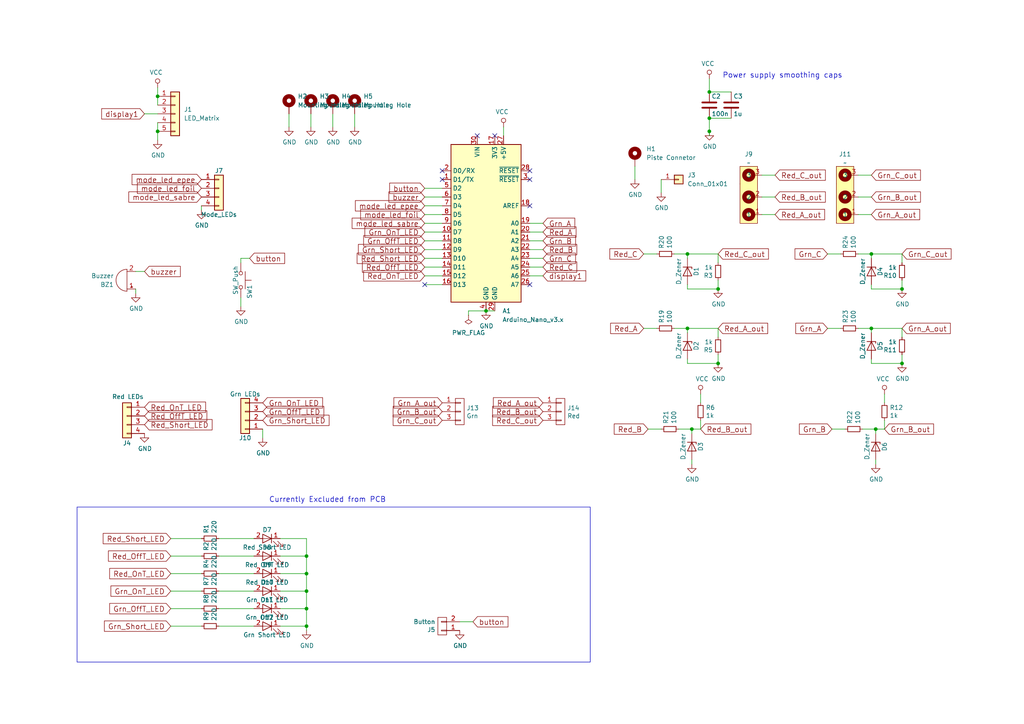
<source format=kicad_sch>
(kicad_sch (version 20231120) (generator "eeschema") (generator_version "8.0")
  (paper "A4")
  (lib_symbols
    (symbol "Connector_Generic:Conn_01x01" (pin_names (offset 1.016) hide)
      (property "Reference" "J" (at 0 2.54 0))
      (property "Value" "Conn_01x01" (at 0 -2.54 0))
      (symbol "Conn_01x01_1_1"
        (rectangle (start -1.27 0.127) (end 0 -0.127) (stroke (width 0.1524)))
        (rectangle (start -1.27 1.27) (end 1.27 -1.27) (stroke (width 0.254)) (fill (type background)))
        (pin passive line (at -5.08 0 0) (length 3.81) (name "Pin_1") (number "1"))
      )
    )
    (symbol "Connector_Generic:Conn_01x05" (pin_names (offset 1.016) hide)
      (property "Reference" "J" (at 0 7.62 0))
      (property "Value" "Conn_01x05" (at 0 -7.62 0))
      (symbol "Conn_01x05_1_1"
        (rectangle (start -1.27 -4.953) (end 0 -5.207) (stroke (width 0.1524)))
        (rectangle (start -1.27 -2.413) (end 0 -2.667) (stroke (width 0.1524)))
        (rectangle (start -1.27 0.127) (end 0 -0.127) (stroke (width 0.1524)))
        (rectangle (start -1.27 2.667) (end 0 2.413) (stroke (width 0.1524)))
        (rectangle (start -1.27 5.207) (end 0 4.953) (stroke (width 0.1524)))
        (rectangle (start -1.27 6.35) (end 1.27 -6.35) (stroke (width 0.254)) (fill (type background)))
        (pin passive line (at -5.08 5.08 0) (length 3.81) (name "Pin_1") (number "1"))
        (pin passive line (at -5.08 2.54 0) (length 3.81) (name "Pin_2") (number "2"))
        (pin passive line (at -5.08 0 0) (length 3.81) (name "Pin_3") (number "3"))
        (pin passive line (at -5.08 -2.54 0) (length 3.81) (name "Pin_4") (number "4"))
        (pin passive line (at -5.08 -5.08 0) (length 3.81) (name "Pin_5") (number "5"))
      )
    )
    (symbol "MCU_Module:Arduino_Nano_v3.x"
      (property "Reference" "A" (at -10.16 23.495 0))
      (property "Value" "Arduino_Nano_v3.x" (at 5.08 -24.13 0))
      (symbol "Arduino_Nano_v3.x_0_1"
        (rectangle (start -10.16 22.86) (end 10.16 -22.86) (stroke (width 0.254)) (fill (type background)))
      )
      (symbol "Arduino_Nano_v3.x_1_1"
        (pin bidirectional line (at -12.7 12.7 0) (length 2.54) (name "D1/TX") (number "1"))
        (pin bidirectional line (at -12.7 -2.54 0) (length 2.54) (name "D7") (number "10"))
        (pin bidirectional line (at -12.7 -5.08 0) (length 2.54) (name "D8") (number "11"))
        (pin bidirectional line (at -12.7 -7.62 0) (length 2.54) (name "D9") (number "12"))
        (pin bidirectional line (at -12.7 -10.16 0) (length 2.54) (name "D10") (number "13"))
        (pin bidirectional line (at -12.7 -12.7 0) (length 2.54) (name "D11") (number "14"))
        (pin bidirectional line (at -12.7 -15.24 0) (length 2.54) (name "D12") (number "15"))
        (pin bidirectional line (at -12.7 -17.78 0) (length 2.54) (name "D13") (number "16"))
        (pin power_out line (at 2.54 25.4 270) (length 2.54) (name "3V3") (number "17"))
        (pin input line (at 12.7 5.08 180) (length 2.54) (name "AREF") (number "18"))
        (pin bidirectional line (at 12.7 0 180) (length 2.54) (name "A0") (number "19"))
        (pin bidirectional line (at -12.7 15.24 0) (length 2.54) (name "D0/RX") (number "2"))
        (pin bidirectional line (at 12.7 -2.54 180) (length 2.54) (name "A1") (number "20"))
        (pin bidirectional line (at 12.7 -5.08 180) (length 2.54) (name "A2") (number "21"))
        (pin bidirectional line (at 12.7 -7.62 180) (length 2.54) (name "A3") (number "22"))
        (pin bidirectional line (at 12.7 -10.16 180) (length 2.54) (name "A4") (number "23"))
        (pin bidirectional line (at 12.7 -12.7 180) (length 2.54) (name "A5") (number "24"))
        (pin bidirectional line (at 12.7 -15.24 180) (length 2.54) (name "A6") (number "25"))
        (pin bidirectional line (at 12.7 -17.78 180) (length 2.54) (name "A7") (number "26"))
        (pin power_out line (at 5.08 25.4 270) (length 2.54) (name "+5V") (number "27"))
        (pin input line (at 12.7 15.24 180) (length 2.54) (name "~{RESET}") (number "28"))
        (pin power_in line (at 2.54 -25.4 90) (length 2.54) (name "GND") (number "29"))
        (pin input line (at 12.7 12.7 180) (length 2.54) (name "~{RESET}") (number "3"))
        (pin power_in line (at -2.54 25.4 270) (length 2.54) (name "VIN") (number "30"))
        (pin power_in line (at 0 -25.4 90) (length 2.54) (name "GND") (number "4"))
        (pin bidirectional line (at -12.7 10.16 0) (length 2.54) (name "D2") (number "5"))
        (pin bidirectional line (at -12.7 7.62 0) (length 2.54) (name "D3") (number "6"))
        (pin bidirectional line (at -12.7 5.08 0) (length 2.54) (name "D4") (number "7"))
        (pin bidirectional line (at -12.7 2.54 0) (length 2.54) (name "D5") (number "8"))
        (pin bidirectional line (at -12.7 0 0) (length 2.54) (name "D6") (number "9"))
      )
    )
    (symbol "Mechanical:MountingHole_Pad" (pin_numbers hide) (pin_names (offset 1.016) hide) (exclude_from_sim yes) (in_bom no)
      (property "Reference" "H" (at 0 6.35 0))
      (property "Value" "MountingHole_Pad" (at 0 4.445 0))
      (symbol "MountingHole_Pad_0_1"
        (circle (center 0 1.27) (radius 1.27) (stroke (width 1.27)))
      )
      (symbol "MountingHole_Pad_1_1"
        (pin input line (at 0 -2.54 90) (length 2.54) (name "1") (number "1"))
      )
    )
    (symbol "fencing_scoring-box-rescue:Buzzer-RESCUE-fencing_scoring_box" (pin_names (offset 0.0254) hide)
      (property "Reference" "BZ" (at 3.81 1.27 0))
      (property "Value" "Buzzer-RESCUE-fencing_scoring_box" (at 3.81 -1.27 0))
      (symbol "Buzzer-RESCUE-fencing_scoring_box_0_1"
        (arc (start 0 -3.175) (mid 3.175 0) (end 0 3.175))
        (polyline (pts (xy -1.651 1.905) (xy -1.143 1.905)))
        (polyline (pts (xy -1.397 2.159) (xy -1.397 1.651)))
        (polyline (pts (xy 0 3.175) (xy 0 -3.175)))
      )
      (symbol "Buzzer-RESCUE-fencing_scoring_box_1_1"
        (pin passive line (at -2.54 2.54 0) (length 2.54) (name "-") (number "1"))
        (pin passive line (at -2.54 -2.54 0) (length 2.54) (name "+") (number "2"))
      )
    )
    (symbol "fencing_scoring-box-rescue:C-RESCUE-fencing_scoring_box" (pin_numbers hide) (pin_names (offset 0.254))
      (property "Reference" "C" (at 0.635 2.54 0))
      (property "Value" "C-RESCUE-fencing_scoring_box" (at 0.635 -2.54 0))
      (symbol "C-RESCUE-fencing_scoring_box_0_1"
        (polyline (pts (xy -2.032 -0.762) (xy 2.032 -0.762)) (stroke (width 0.508)))
        (polyline (pts (xy -2.032 0.762) (xy 2.032 0.762)) (stroke (width 0.508)))
      )
      (symbol "C-RESCUE-fencing_scoring_box_1_1"
        (pin passive line (at 0 3.81 270) (length 2.794) (name "~") (number "1"))
        (pin passive line (at 0 -3.81 90) (length 2.794) (name "~") (number "2"))
      )
    )
    (symbol "fencing_scoring-box-rescue:CONN_01X02-RESCUE-fencing_scoring_box" (pin_names (offset 1.016) hide)
      (property "Reference" "J" (at 0 3.81 0))
      (property "Value" "CONN_01X02-RESCUE-fencing_scoring_box" (at 2.54 0 90))
      (symbol "CONN_01X02-RESCUE-fencing_scoring_box_0_1"
        (rectangle (start -1.27 -1.143) (end 0.254 -1.397))
        (rectangle (start -1.27 1.397) (end 0.254 1.143))
        (rectangle (start -1.27 2.54) (end 1.27 -2.54))
      )
      (symbol "CONN_01X02-RESCUE-fencing_scoring_box_1_1"
        (pin passive line (at -5.08 1.27 0) (length 3.81) (name "P1") (number "1"))
        (pin passive line (at -5.08 -1.27 0) (length 3.81) (name "P2") (number "2"))
      )
    )
    (symbol "fencing_scoring-box-rescue:CONN_01X03-RESCUE-fencing_scoring_box" (pin_names (offset 1.016) hide)
      (property "Reference" "J" (at 0 5.08 0))
      (property "Value" "CONN_01X03-RESCUE-fencing_scoring_box" (at 2.54 0 90))
      (symbol "CONN_01X03-RESCUE-fencing_scoring_box_0_1"
        (rectangle (start -1.27 -2.413) (end 0.254 -2.667))
        (rectangle (start -1.27 0.127) (end 0.254 -0.127))
        (rectangle (start -1.27 2.667) (end 0.254 2.413))
        (rectangle (start -1.27 3.81) (end 1.27 -3.81))
      )
      (symbol "CONN_01X03-RESCUE-fencing_scoring_box_1_1"
        (pin passive line (at -5.08 2.54 0) (length 3.81) (name "P1") (number "1"))
        (pin passive line (at -5.08 0 0) (length 3.81) (name "P2") (number "2"))
        (pin passive line (at -5.08 -2.54 0) (length 3.81) (name "P3") (number "3"))
      )
    )
    (symbol "fencing_scoring-box-rescue:Conn_01x04-RESCUE-fencing_scoring_box" (pin_names (offset 1.016) hide)
      (property "Reference" "J" (at 0 5.08 0))
      (property "Value" "Conn_01x04-RESCUE-fencing_scoring_box" (at 0 -7.62 0))
      (symbol "Conn_01x04-RESCUE-fencing_scoring_box_1_1"
        (rectangle (start -1.27 -4.953) (end 0 -5.207) (stroke (width 0.1524)))
        (rectangle (start -1.27 -2.413) (end 0 -2.667) (stroke (width 0.1524)))
        (rectangle (start -1.27 0.127) (end 0 -0.127) (stroke (width 0.1524)))
        (rectangle (start -1.27 2.667) (end 0 2.413) (stroke (width 0.1524)))
        (rectangle (start -1.27 3.81) (end 1.27 -6.35) (stroke (width 0.254)) (fill (type background)))
        (pin passive line (at -5.08 2.54 0) (length 3.81) (name "Pin_1") (number "1"))
        (pin passive line (at -5.08 0 0) (length 3.81) (name "Pin_2") (number "2"))
        (pin passive line (at -5.08 -2.54 0) (length 3.81) (name "Pin_3") (number "3"))
        (pin passive line (at -5.08 -5.08 0) (length 3.81) (name "Pin_4") (number "4"))
      )
    )
    (symbol "fencing_scoring-box-rescue:D_Zener-RESCUE-fencing_scoring_box" (pin_numbers hide) (pin_names (offset 1.016) hide)
      (property "Reference" "D" (at 0 2.54 0))
      (property "Value" "D_Zener-RESCUE-fencing_scoring_box" (at 0 -2.54 0))
      (symbol "D_Zener-RESCUE-fencing_scoring_box_0_1"
        (polyline (pts (xy 1.27 0) (xy -1.27 0)))
        (polyline (pts (xy -1.27 -1.27) (xy -1.27 1.27) (xy -0.762 1.27)) (stroke (width 0.2032)))
        (polyline (pts (xy 1.27 -1.27) (xy 1.27 1.27) (xy -1.27 0) (xy 1.27 -1.27)) (stroke (width 0.2032)))
      )
      (symbol "D_Zener-RESCUE-fencing_scoring_box_1_1"
        (pin passive line (at -3.81 0 0) (length 2.54) (name "K") (number "1"))
        (pin passive line (at 3.81 0 180) (length 2.54) (name "A") (number "2"))
      )
    )
    (symbol "fencing_scoring-box-rescue:GND-RESCUE-fencing_scoring_box" (power) (pin_names (offset 0))
      (property "Value" "GND-RESCUE-fencing_scoring_box" (at 0 -3.81 0))
      (symbol "GND-RESCUE-fencing_scoring_box_0_1"
        (polyline (pts (xy 0 0) (xy 0 -1.27) (xy 1.27 -1.27) (xy 0 -2.54) (xy -1.27 -1.27) (xy 0 -1.27)))
      )
      (symbol "GND-RESCUE-fencing_scoring_box_1_1"
        (pin power_in line (at 0 0 270) (length 0) hide (name "GND") (number "1"))
      )
    )
    (symbol "fencing_scoring-box-rescue:LED-RESCUE-fencing_scoring_box" (pin_names (offset 1.016) hide)
      (property "Reference" "D" (at 0 2.54 0))
      (property "Value" "LED-RESCUE-fencing_scoring_box" (at 0 -2.54 0))
      (symbol "LED-RESCUE-fencing_scoring_box_0_1"
        (polyline (pts (xy -1.27 -1.27) (xy -1.27 1.27)) (stroke (width 0.2032)))
        (polyline (pts (xy -1.27 0) (xy 1.27 0)))
        (polyline (pts (xy 1.27 -1.27) (xy 1.27 1.27) (xy -1.27 0) (xy 1.27 -1.27)) (stroke (width 0.2032)))
        (polyline (pts (xy -3.048 -0.762) (xy -4.572 -2.286) (xy -3.81 -2.286) (xy -4.572 -2.286) (xy -4.572 -1.524)))
        (polyline (pts (xy -1.778 -0.762) (xy -3.302 -2.286) (xy -2.54 -2.286) (xy -3.302 -2.286) (xy -3.302 -1.524)))
      )
      (symbol "LED-RESCUE-fencing_scoring_box_1_1"
        (pin passive line (at -3.81 0 0) (length 2.54) (name "K") (number "1"))
        (pin passive line (at 3.81 0 180) (length 2.54) (name "A") (number "2"))
      )
    )
    (symbol "fencing_scoring-box-rescue:R_Small-RESCUE-fencing_scoring_box" (pin_numbers hide) (pin_names (offset 0.254) hide)
      (property "Reference" "R" (at 0.762 0.508 0))
      (property "Value" "R_Small-RESCUE-fencing_scoring_box" (at 0.762 -1.016 0))
      (symbol "R_Small-RESCUE-fencing_scoring_box_0_1"
        (rectangle (start -0.762 1.778) (end 0.762 -1.778) (stroke (width 0.2032)))
      )
      (symbol "R_Small-RESCUE-fencing_scoring_box_1_1"
        (pin passive line (at 0 2.54 270) (length 0.762) (name "~") (number "1"))
        (pin passive line (at 0 -2.54 90) (length 0.762) (name "~") (number "2"))
      )
    )
    (symbol "fencing_scoring-box-rescue:SW_Push-RESCUE-fencing_scoring_box" (pin_numbers hide) (pin_names (offset 1.016) hide)
      (property "Reference" "SW" (at 1.27 2.54 0))
      (property "Value" "SW_Push-RESCUE-fencing_scoring_box" (at 0 -1.524 0))
      (symbol "SW_Push-RESCUE-fencing_scoring_box_0_1"
        (circle (center -2.032 0) (radius 0.508))
        (polyline (pts (xy 0 1.27) (xy 0 3.048)))
        (polyline (pts (xy 2.54 1.27) (xy -2.54 1.27)))
        (circle (center 2.032 0) (radius 0.508))
        (pin passive line (at -5.08 0 0) (length 2.54) (name "1") (number "1"))
        (pin passive line (at 5.08 0 180) (length 2.54) (name "2") (number "2"))
      )
    )
    (symbol "fencing_scoring-box-rescue:VCC-RESCUE-fencing_scoring_box" (power) (pin_names (offset 0))
      (property "Value" "VCC-RESCUE-fencing_scoring_box" (at 0 3.81 0))
      (symbol "VCC-RESCUE-fencing_scoring_box_0_1"
        (polyline (pts (xy 0 0) (xy 0 1.27)))
        (circle (center 0 1.905) (radius 0.635))
      )
      (symbol "VCC-RESCUE-fencing_scoring_box_1_1"
        (pin power_in line (at 0 0 90) (length 0) hide (name "VCC") (number "1"))
      )
    )
    (symbol "my_library:Fencing_conn"
      (property "Reference" "J" (at 0 0 0))
      (symbol "Fencing_conn_0_1"
        (circle (center -5.08 -3.81) (radius 1.27) (stroke (width 1.27)))
        (circle (center 0 -3.81) (radius 1.27) (stroke (width 1.27)))
        (rectangle (start 3.81 -1.27) (end 3.81 -1.27))
        (circle (center 6.35 -3.81) (radius 1.27) (stroke (width 1.27)))
      )
      (symbol "Fencing_conn_1_1"
        (rectangle (start -7.62 -1.27) (end 8.89 -6.35) (fill (type color) (color 254 255 170 1)))
        (pin input line (at -5.08 -7.62 90) (length 2.54) (name "1") (number "1"))
        (pin input line (at 0 -7.62 90) (length 2.54) (name "2") (number "2"))
        (pin input line (at 6.35 -7.62 90) (length 2.54) (name "3") (number "3"))
      )
    )
    (symbol "power:PWR_FLAG" (power) (pin_numbers hide) (pin_names (offset 0) hide)
      (property "Value" "PWR_FLAG" (at 0 3.81 0))
      (symbol "PWR_FLAG_0_0"
        (pin power_out line (at 0 0 90) (length 0) (name "~") (number "1"))
      )
      (symbol "PWR_FLAG_0_1"
        (polyline (pts (xy 0 0) (xy 0 1.27) (xy -1.016 1.905) (xy 0 2.54) (xy 1.016 1.905) (xy 0 1.27)))
      )
    )
  )
  (junction (at 208.28 83.82))
  (junction (at 199.39 95.25))
  (junction (at 140.97 90.17))
  (junction (at 200.66 124.46))
  (junction (at 45.72 38.1))
  (junction (at 252.73 73.66))
  (junction (at 208.28 105.41))
  (junction (at 205.74 38.1))
  (junction (at 88.9 161.29))
  (junction (at 88.9 166.37))
  (junction (at 88.9 176.53))
  (junction (at 252.73 95.25))
  (junction (at 205.74 26.67))
  (junction (at 261.62 105.41))
  (junction (at 45.72 27.94))
  (junction (at 199.39 73.66))
  (junction (at 88.9 181.61))
  (junction (at 254 124.46))
  (junction (at 261.62 83.82))
  (junction (at 205.74 34.29))
  (junction (at 88.9 171.45))
  (no_connect (at 128.27 49.53))
  (no_connect (at 153.67 82.55))
  (no_connect (at 153.67 52.07))
  (no_connect (at 123.19 82.55))
  (no_connect (at 138.43 39.37))
  (no_connect (at 153.67 49.53))
  (no_connect (at 128.27 52.07))
  (no_connect (at 153.67 59.69))
  (no_connect (at 143.51 39.37))
  (wire (pts (xy 199.39 104.14) (xy 199.39 105.41)))
  (wire (pts (xy 205.74 38.1) (xy 205.74 39.37)))
  (wire (pts (xy 256.54 116.84) (xy 256.54 114.3)))
  (wire (pts (xy 187.96 124.46) (xy 191.77 124.46)))
  (wire (pts (xy 88.9 181.61) (xy 88.9 182.88)))
  (wire (pts (xy 41.91 33.02) (xy 45.72 33.02)))
  (wire (pts (xy 199.39 73.66) (xy 208.28 73.66)))
  (wire (pts (xy 133.35 180.34) (xy 137.16 180.34)))
  (wire (pts (xy 252.73 95.25) (xy 261.62 95.25)))
  (wire (pts (xy 252.73 82.55) (xy 252.73 83.82)))
  (wire (pts (xy 49.53 171.45) (xy 58.42 171.45)))
  (wire (pts (xy 252.73 96.52) (xy 252.73 95.25)))
  (wire (pts (xy 63.5 156.21) (xy 73.66 156.21)))
  (wire (pts (xy 63.5 176.53) (xy 73.66 176.53)))
  (wire (pts (xy 186.69 95.25) (xy 190.5 95.25)))
  (wire (pts (xy 200.66 134.62) (xy 200.66 133.35)))
  (wire (pts (xy 195.58 95.25) (xy 199.39 95.25)))
  (wire (pts (xy 45.72 25.4) (xy 45.72 27.94)))
  (wire (pts (xy 81.28 181.61) (xy 88.9 181.61)))
  (wire (pts (xy 248.92 62.23) (xy 252.73 62.23)))
  (wire (pts (xy 220.98 62.23) (xy 224.79 62.23)))
  (wire (pts (xy 45.72 35.56) (xy 45.72 38.1)))
  (wire (pts (xy 205.74 26.67) (xy 212.09 26.67)))
  (wire (pts (xy 254 124.46) (xy 256.54 124.46)))
  (wire (pts (xy 146.05 36.83) (xy 146.05 39.37)))
  (wire (pts (xy 208.28 76.2) (xy 208.28 73.66)))
  (wire (pts (xy 69.85 86.36) (xy 69.85 88.9)))
  (wire (pts (xy 123.19 64.77) (xy 128.27 64.77)))
  (wire (pts (xy 135.89 90.17) (xy 140.97 90.17)))
  (wire (pts (xy 83.82 33.02) (xy 83.82 36.83)))
  (wire (pts (xy 199.39 105.41) (xy 208.28 105.41)))
  (wire (pts (xy 203.2 116.84) (xy 203.2 114.3)))
  (wire (pts (xy 254 125.73) (xy 254 124.46)))
  (wire (pts (xy 49.53 181.61) (xy 58.42 181.61)))
  (wire (pts (xy 135.89 91.44) (xy 135.89 90.17)))
  (wire (pts (xy 220.98 57.15) (xy 224.79 57.15)))
  (wire (pts (xy 195.58 73.66) (xy 199.39 73.66)))
  (wire (pts (xy 123.19 54.61) (xy 128.27 54.61)))
  (wire (pts (xy 203.2 124.46) (xy 203.2 121.92)))
  (wire (pts (xy 123.19 62.23) (xy 128.27 62.23)))
  (wire (pts (xy 81.28 176.53) (xy 88.9 176.53)))
  (wire (pts (xy 199.39 83.82) (xy 208.28 83.82)))
  (wire (pts (xy 49.53 166.37) (xy 58.42 166.37)))
  (wire (pts (xy 153.67 72.39) (xy 157.48 72.39)))
  (wire (pts (xy 254 134.62) (xy 254 133.35)))
  (wire (pts (xy 81.28 161.29) (xy 88.9 161.29)))
  (wire (pts (xy 45.72 27.94) (xy 45.72 30.48)))
  (wire (pts (xy 261.62 76.2) (xy 261.62 73.66)))
  (wire (pts (xy 241.3 124.46) (xy 245.11 124.46)))
  (wire (pts (xy 96.52 33.02) (xy 96.52 36.83)))
  (wire (pts (xy 123.19 69.85) (xy 128.27 69.85)))
  (wire (pts (xy 186.69 73.66) (xy 190.5 73.66)))
  (wire (pts (xy 248.92 95.25) (xy 252.73 95.25)))
  (wire (pts (xy 199.39 82.55) (xy 199.39 83.82)))
  (wire (pts (xy 252.73 83.82) (xy 261.62 83.82)))
  (wire (pts (xy 140.97 90.17) (xy 143.51 90.17)))
  (wire (pts (xy 49.53 156.21) (xy 58.42 156.21)))
  (wire (pts (xy 81.28 171.45) (xy 88.9 171.45)))
  (wire (pts (xy 88.9 161.29) (xy 88.9 166.37)))
  (wire (pts (xy 72.39 74.93) (xy 69.85 74.93)))
  (wire (pts (xy 205.74 34.29) (xy 205.74 38.1)))
  (wire (pts (xy 199.39 74.93) (xy 199.39 73.66)))
  (wire (pts (xy 45.72 38.1) (xy 45.72 40.64)))
  (wire (pts (xy 123.19 80.01) (xy 128.27 80.01)))
  (wire (pts (xy 205.74 26.67) (xy 205.74 22.86)))
  (wire (pts (xy 191.77 52.07) (xy 191.77 55.88)))
  (wire (pts (xy 153.67 80.01) (xy 157.48 80.01)))
  (wire (pts (xy 261.62 105.41) (xy 261.62 102.87)))
  (wire (pts (xy 69.85 74.93) (xy 69.85 76.2)))
  (wire (pts (xy 81.28 166.37) (xy 88.9 166.37)))
  (wire (pts (xy 102.87 33.02) (xy 102.87 36.83)))
  (wire (pts (xy 248.92 73.66) (xy 252.73 73.66)))
  (wire (pts (xy 252.73 73.66) (xy 261.62 73.66)))
  (wire (pts (xy 252.73 104.14) (xy 252.73 105.41)))
  (wire (pts (xy 123.19 74.93) (xy 128.27 74.93)))
  (wire (pts (xy 81.28 156.21) (xy 88.9 156.21)))
  (wire (pts (xy 196.85 124.46) (xy 200.66 124.46)))
  (wire (pts (xy 88.9 176.53) (xy 88.9 181.61)))
  (wire (pts (xy 250.19 124.46) (xy 254 124.46)))
  (wire (pts (xy 88.9 171.45) (xy 88.9 176.53)))
  (wire (pts (xy 153.67 64.77) (xy 157.48 64.77)))
  (wire (pts (xy 153.67 77.47) (xy 157.48 77.47)))
  (wire (pts (xy 39.37 78.74) (xy 41.91 78.74)))
  (wire (pts (xy 63.5 166.37) (xy 73.66 166.37)))
  (wire (pts (xy 200.66 124.46) (xy 203.2 124.46)))
  (wire (pts (xy 199.39 95.25) (xy 208.28 95.25)))
  (wire (pts (xy 39.37 85.09) (xy 39.37 83.82)))
  (wire (pts (xy 123.19 57.15) (xy 128.27 57.15)))
  (wire (pts (xy 240.03 95.25) (xy 243.84 95.25)))
  (wire (pts (xy 184.15 48.26) (xy 184.15 52.07)))
  (wire (pts (xy 240.03 73.66) (xy 243.84 73.66)))
  (wire (pts (xy 58.42 59.69) (xy 58.42 60.96)))
  (wire (pts (xy 248.92 50.8) (xy 252.73 50.8)))
  (wire (pts (xy 153.67 74.93) (xy 157.48 74.93)))
  (wire (pts (xy 49.53 176.53) (xy 58.42 176.53)))
  (wire (pts (xy 252.73 105.41) (xy 261.62 105.41)))
  (wire (pts (xy 63.5 161.29) (xy 73.66 161.29)))
  (wire (pts (xy 123.19 77.47) (xy 128.27 77.47)))
  (wire (pts (xy 208.28 83.82) (xy 208.28 81.28)))
  (wire (pts (xy 63.5 181.61) (xy 73.66 181.61)))
  (wire (pts (xy 63.5 171.45) (xy 73.66 171.45)))
  (wire (pts (xy 252.73 74.93) (xy 252.73 73.66)))
  (wire (pts (xy 248.92 57.15) (xy 252.73 57.15)))
  (wire (pts (xy 208.28 97.79) (xy 208.28 95.25)))
  (wire (pts (xy 261.62 97.79) (xy 261.62 95.25)))
  (wire (pts (xy 49.53 161.29) (xy 58.42 161.29)))
  (wire (pts (xy 199.39 96.52) (xy 199.39 95.25)))
  (wire (pts (xy 123.19 67.31) (xy 128.27 67.31)))
  (wire (pts (xy 220.98 50.8) (xy 224.79 50.8)))
  (wire (pts (xy 153.67 69.85) (xy 157.48 69.85)))
  (wire (pts (xy 212.09 34.29) (xy 205.74 34.29)))
  (wire (pts (xy 256.54 124.46) (xy 256.54 121.92)))
  (wire (pts (xy 90.17 33.02) (xy 90.17 36.83)))
  (wire (pts (xy 261.62 83.82) (xy 261.62 81.28)))
  (wire (pts (xy 208.28 105.41) (xy 208.28 102.87)))
  (wire (pts (xy 88.9 166.37) (xy 88.9 171.45)))
  (wire (pts (xy 88.9 156.21) (xy 88.9 161.29)))
  (wire (pts (xy 123.19 72.39) (xy 128.27 72.39)))
  (wire (pts (xy 200.66 125.73) (xy 200.66 124.46)))
  (wire (pts (xy 123.19 82.55) (xy 128.27 82.55)))
  (wire (pts (xy 123.19 59.69) (xy 128.27 59.69)))
  (wire (pts (xy 76.2 124.46) (xy 76.2 127)))
  (wire (pts (xy 153.67 67.31) (xy 157.48 67.31)))
  (rectangle (start 22.352 147.066) (end 171.196 192.024))
  (text "Power supply smoothing caps" (at 209.55 22.86 0) (effects (font (size 1.524 1.524)) (justify left bottom)))
  (text "Currently Excluded from PCB" (at 94.996 145.034 0) (effects (font (size 1.524 1.524))))
  (global_label "buzzer" (shape input) (at 41.91 78.74 0) (effects (font (size 1.524 1.524))) (property "Intersheetrefs" "${INTERSHEET_REFS}" (effects (hide yes))))
  (global_label "Grn_C" (shape input) (at 240.03 73.66 180) (effects (font (size 1.524 1.524))) (property "Intersheetrefs" "${INTERSHEET_REFS}" (effects (hide yes))))
  (global_label "Grn_C_out" (shape input) (at 252.73 50.8 0) (effects (font (size 1.524 1.524))) (property "Intersheetrefs" "${INTERSHEET_REFS}" (effects (hide yes))))
  (global_label "Red_OffT_LED" (shape input) (at 123.19 77.47 180) (effects (font (size 1.524 1.524))) (property "Intersheetrefs" "${INTERSHEET_REFS}" (effects (hide yes))))
  (global_label "Red_Short_LED" (shape input) (at 41.91 123.19 0) (effects (font (size 1.524 1.524))) (property "Intersheetrefs" "${INTERSHEET_REFS}" (effects (hide yes))))
  (global_label "Grn_A_out" (shape input) (at 128.27 116.84 180) (effects (font (size 1.524 1.524))) (property "Intersheetrefs" "${INTERSHEET_REFS}" (effects (hide yes))))
  (global_label "Red_A_out" (shape input) (at 208.28 95.25 0) (effects (font (size 1.524 1.524))) (property "Intersheetrefs" "${INTERSHEET_REFS}" (effects (hide yes))))
  (global_label "Red_OnT_LED" (shape input) (at 41.91 118.11 0) (effects (font (size 1.524 1.524))) (property "Intersheetrefs" "${INTERSHEET_REFS}" (effects (hide yes))))
  (global_label "Red_A" (shape input) (at 157.48 67.31 0) (effects (font (size 1.524 1.524))) (property "Intersheetrefs" "${INTERSHEET_REFS}" (effects (hide yes))))
  (global_label "Grn_OffT_LED" (shape input) (at 49.53 176.53 180) (effects (font (size 1.524 1.524))) (property "Intersheetrefs" "${INTERSHEET_REFS}" (effects (hide yes))))
  (global_label "Grn_C_out" (shape input) (at 128.27 121.92 180) (effects (font (size 1.524 1.524))) (property "Intersheetrefs" "${INTERSHEET_REFS}" (effects (hide yes))))
  (global_label "Red_C" (shape input) (at 186.69 73.66 180) (effects (font (size 1.524 1.524))) (property "Intersheetrefs" "${INTERSHEET_REFS}" (effects (hide yes))))
  (global_label "mode_led_epee" (shape input) (at 123.19 59.69 180) (effects (font (size 1.524 1.524))) (property "Intersheetrefs" "${INTERSHEET_REFS}" (effects (hide yes))))
  (global_label "Grn_OnT_LED" (shape input) (at 49.53 171.45 180) (effects (font (size 1.524 1.524))) (property "Intersheetrefs" "${INTERSHEET_REFS}" (effects (hide yes))))
  (global_label "Red_C_out" (shape input) (at 157.48 121.92 180) (effects (font (size 1.524 1.524))) (property "Intersheetrefs" "${INTERSHEET_REFS}" (effects (hide yes))))
  (global_label "button" (shape input) (at 72.39 74.93 0) (effects (font (size 1.524 1.524))) (property "Intersheetrefs" "${INTERSHEET_REFS}" (effects (hide yes))))
  (global_label "Grn_OnT_LED" (shape input) (at 76.2 116.84 0) (effects (font (size 1.524 1.524))) (property "Intersheetrefs" "${INTERSHEET_REFS}" (effects (hide yes))))
  (global_label "mode_led_sabre" (shape input) (at 123.19 64.77 180) (effects (font (size 1.524 1.524))) (property "Intersheetrefs" "${INTERSHEET_REFS}" (effects (hide yes))))
  (global_label "Red_OnT_LED" (shape input) (at 123.19 80.01 180) (effects (font (size 1.524 1.524))) (property "Intersheetrefs" "${INTERSHEET_REFS}" (effects (hide yes))))
  (global_label "Grn_B" (shape input) (at 157.48 69.85 0) (effects (font (size 1.524 1.524))) (property "Intersheetrefs" "${INTERSHEET_REFS}" (effects (hide yes))))
  (global_label "Red_OffT_LED" (shape input) (at 41.91 120.65 0) (effects (font (size 1.524 1.524))) (property "Intersheetrefs" "${INTERSHEET_REFS}" (effects (hide yes))))
  (global_label "Red_B" (shape input) (at 157.48 72.39 0) (effects (font (size 1.524 1.524))) (property "Intersheetrefs" "${INTERSHEET_REFS}" (effects (hide yes))))
  (global_label "Red_A_out" (shape input) (at 224.79 62.23 0) (effects (font (size 1.524 1.524))) (property "Intersheetrefs" "${INTERSHEET_REFS}" (effects (hide yes))))
  (global_label "Red_C_out" (shape input) (at 224.79 50.8 0) (effects (font (size 1.524 1.524))) (property "Intersheetrefs" "${INTERSHEET_REFS}" (effects (hide yes))))
  (global_label "display1" (shape input) (at 157.48 80.01 0) (effects (font (size 1.524 1.524))) (property "Intersheetrefs" "${INTERSHEET_REFS}" (effects (hide yes))))
  (global_label "Red_OffT_LED" (shape input) (at 49.53 161.29 180) (effects (font (size 1.524 1.524))) (property "Intersheetrefs" "${INTERSHEET_REFS}" (effects (hide yes))))
  (global_label "Red_B_out" (shape input) (at 157.48 119.38 180) (effects (font (size 1.524 1.524))) (property "Intersheetrefs" "${INTERSHEET_REFS}" (effects (hide yes))))
  (global_label "Grn_C_out" (shape input) (at 261.62 73.66 0) (effects (font (size 1.524 1.524))) (property "Intersheetrefs" "${INTERSHEET_REFS}" (effects (hide yes))))
  (global_label "Grn_Short_LED" (shape input) (at 49.53 181.61 180) (effects (font (size 1.524 1.524))) (property "Intersheetrefs" "${INTERSHEET_REFS}" (effects (hide yes))))
  (global_label "Grn_B" (shape input) (at 241.3 124.46 180) (effects (font (size 1.524 1.524))) (property "Intersheetrefs" "${INTERSHEET_REFS}" (effects (hide yes))))
  (global_label "Red_B" (shape input) (at 187.96 124.46 180) (effects (font (size 1.524 1.524))) (property "Intersheetrefs" "${INTERSHEET_REFS}" (effects (hide yes))))
  (global_label "Red_C_out" (shape input) (at 208.28 73.66 0) (effects (font (size 1.524 1.524))) (property "Intersheetrefs" "${INTERSHEET_REFS}" (effects (hide yes))))
  (global_label "Grn_Short_LED" (shape input) (at 123.19 72.39 180) (effects (font (size 1.524 1.524))) (property "Intersheetrefs" "${INTERSHEET_REFS}" (effects (hide yes))))
  (global_label "Red_Short_LED" (shape input) (at 123.19 74.93 180) (effects (font (size 1.524 1.524))) (property "Intersheetrefs" "${INTERSHEET_REFS}" (effects (hide yes))))
  (global_label "Red_OnT_LED" (shape input) (at 49.53 166.37 180) (effects (font (size 1.524 1.524))) (property "Intersheetrefs" "${INTERSHEET_REFS}" (effects (hide yes))))
  (global_label "Grn_B_out" (shape input) (at 256.54 124.46 0) (effects (font (size 1.524 1.524))) (property "Intersheetrefs" "${INTERSHEET_REFS}" (effects (hide yes))))
  (global_label "Grn_A_out" (shape input) (at 252.73 62.23 0) (effects (font (size 1.524 1.524))) (property "Intersheetrefs" "${INTERSHEET_REFS}" (effects (hide yes))))
  (global_label "Red_C" (shape input) (at 157.48 77.47 0) (effects (font (size 1.524 1.524))) (property "Intersheetrefs" "${INTERSHEET_REFS}" (effects (hide yes))))
  (global_label "Red_B_out" (shape input) (at 203.2 124.46 0) (effects (font (size 1.524 1.524))) (property "Intersheetrefs" "${INTERSHEET_REFS}" (effects (hide yes))))
  (global_label "mode_led_epee" (shape input) (at 58.42 52.07 180) (effects (font (size 1.524 1.524))) (property "Intersheetrefs" "${INTERSHEET_REFS}" (effects (hide yes))))
  (global_label "Grn_OnT_LED" (shape input) (at 123.19 67.31 180) (effects (font (size 1.524 1.524))) (property "Intersheetrefs" "${INTERSHEET_REFS}" (effects (hide yes))))
  (global_label "Red_Short_LED" (shape input) (at 49.53 156.21 180) (effects (font (size 1.524 1.524))) (property "Intersheetrefs" "${INTERSHEET_REFS}" (effects (hide yes))))
  (global_label "Grn_A" (shape input) (at 157.48 64.77 0) (effects (font (size 1.524 1.524))) (property "Intersheetrefs" "${INTERSHEET_REFS}" (effects (hide yes))))
  (global_label "Red_A" (shape input) (at 186.69 95.25 180) (effects (font (size 1.524 1.524))) (property "Intersheetrefs" "${INTERSHEET_REFS}" (effects (hide yes))))
  (global_label "buzzer" (shape input) (at 123.19 57.15 180) (effects (font (size 1.524 1.524))) (property "Intersheetrefs" "${INTERSHEET_REFS}" (effects (hide yes))))
  (global_label "Grn_C" (shape input) (at 157.48 74.93 0) (effects (font (size 1.524 1.524))) (property "Intersheetrefs" "${INTERSHEET_REFS}" (effects (hide yes))))
  (global_label "Grn_A_out" (shape input) (at 261.62 95.25 0) (effects (font (size 1.524 1.524))) (property "Intersheetrefs" "${INTERSHEET_REFS}" (effects (hide yes))))
  (global_label "display1" (shape input) (at 41.91 33.02 180) (effects (font (size 1.524 1.524))) (property "Intersheetrefs" "${INTERSHEET_REFS}" (effects (hide yes))))
  (global_label "Grn_Short_LED" (shape input) (at 76.2 121.92 0) (effects (font (size 1.524 1.524))) (property "Intersheetrefs" "${INTERSHEET_REFS}" (effects (hide yes))))
  (global_label "button" (shape input) (at 137.16 180.34 0) (effects (font (size 1.524 1.524))) (property "Intersheetrefs" "${INTERSHEET_REFS}" (effects (hide yes))))
  (global_label "Red_B_out" (shape input) (at 224.79 57.15 0) (effects (font (size 1.524 1.524))) (property "Intersheetrefs" "${INTERSHEET_REFS}" (effects (hide yes))))
  (global_label "Grn_OffT_LED" (shape input) (at 123.19 69.85 180) (effects (font (size 1.524 1.524))) (property "Intersheetrefs" "${INTERSHEET_REFS}" (effects (hide yes))))
  (global_label "Grn_B_out" (shape input) (at 252.73 57.15 0) (effects (font (size 1.524 1.524))) (property "Intersheetrefs" "${INTERSHEET_REFS}" (effects (hide yes))))
  (global_label "Grn_B_out" (shape input) (at 128.27 119.38 180) (effects (font (size 1.524 1.524))) (property "Intersheetrefs" "${INTERSHEET_REFS}" (effects (hide yes))))
  (global_label "Grn_A" (shape input) (at 240.03 95.25 180) (effects (font (size 1.524 1.524))) (property "Intersheetrefs" "${INTERSHEET_REFS}" (effects (hide yes))))
  (global_label "Red_A_out" (shape input) (at 157.48 116.84 180) (effects (font (size 1.524 1.524))) (property "Intersheetrefs" "${INTERSHEET_REFS}" (effects (hide yes))))
  (global_label "button" (shape input) (at 123.19 54.61 180) (effects (font (size 1.524 1.524))) (property "Intersheetrefs" "${INTERSHEET_REFS}" (effects (hide yes))))
  (global_label "mode_led_foil" (shape input) (at 123.19 62.23 180) (effects (font (size 1.524 1.524))) (property "Intersheetrefs" "${INTERSHEET_REFS}" (effects (hide yes))))
  (global_label "mode_led_sabre" (shape input) (at 58.42 57.15 180) (effects (font (size 1.524 1.524))) (property "Intersheetrefs" "${INTERSHEET_REFS}" (effects (hide yes))))
  (global_label "mode_led_foil" (shape input) (at 58.42 54.61 180) (effects (font (size 1.524 1.524))) (property "Intersheetrefs" "${INTERSHEET_REFS}" (effects (hide yes))))
  (global_label "Grn_OffT_LED" (shape input) (at 76.2 119.38 0) (effects (font (size 1.524 1.524))) (property "Intersheetrefs" "${INTERSHEET_REFS}" (effects (hide yes))))
  (symbol (lib_id "fencing_scoring-box-rescue:R_Small-RESCUE-fencing_scoring_box") (at 208.28 78.74 180) (unit 1)
    (property "Reference" "R3" (at 206.7814 79.9084 0) (effects (justify left)))
    (property "Value" "1k" (at 206.7814 77.597 0) (effects (justify left)))
    (property "Footprint" "my_library:resistor_THT_and_0805" (effects (hide yes)))
  )
  (symbol (lib_id "fencing_scoring-box-rescue:CONN_01X02-RESCUE-fencing_scoring_box") (at 128.27 181.61 180) (unit 1) (on_board no)
    (property "Reference" "J5" (at 126.2888 182.6514 0) (effects (justify left)))
    (property "Value" "Button" (at 126.2888 180.34 0) (effects (justify left)))
    (property "Footprint" "Connector_PinHeader_2.54mm:PinHeader_1x02_P2.54mm_Vertical" (effects (hide yes)))
  )
  (symbol (lib_id "fencing_scoring-box-rescue:GND-RESCUE-fencing_scoring_box") (at 133.35 182.88 0) (unit 1) (on_board no)
    (property "Reference" "#PWR06" (effects (hide yes)))
    (property "Value" "GND" (at 133.477 187.2742 0))
  )
  (symbol (lib_id "fencing_scoring-box-rescue:GND-RESCUE-fencing_scoring_box") (at 39.37 85.09 0) (unit 1)
    (property "Reference" "#PWR019" (effects (hide yes)))
    (property "Value" "GND" (at 39.497 89.4842 0))
  )
  (symbol (lib_id "fencing_scoring-box-rescue:GND-RESCUE-fencing_scoring_box") (at 208.28 83.82 0) (unit 1)
    (property "Reference" "#PWR08" (effects (hide yes)))
    (property "Value" "GND" (at 208.407 88.2142 0))
  )
  (symbol (lib_id "fencing_scoring-box-rescue:D_Zener-RESCUE-fencing_scoring_box") (at 199.39 78.74 270) (unit 1)
    (property "Reference" "D1" (at 201.93 78.74 0))
    (property "Value" "D_Zener" (at 196.85 78.74 0))
    (property "Footprint" "my_library:diode_THT_and_1206" (effects (hide yes)))
  )
  (symbol (lib_id "fencing_scoring-box-rescue:VCC-RESCUE-fencing_scoring_box") (at 205.74 22.86 0) (mirror y) (unit 1)
    (property "Reference" "#PWR09" (effects (hide yes)))
    (property "Value" "VCC" (at 205.3082 18.4658 0))
  )
  (symbol (lib_id "fencing_scoring-box-rescue:GND-RESCUE-fencing_scoring_box") (at 205.74 38.1 0) (unit 1)
    (property "Reference" "#PWR010" (effects (hide yes)))
    (property "Value" "GND" (at 205.867 42.4942 0))
  )
  (symbol (lib_id "fencing_scoring-box-rescue:C-RESCUE-fencing_scoring_box") (at 205.74 30.48 0) (unit 1)
    (property "Reference" "C2" (at 206.375 27.94 0) (effects (justify left)))
    (property "Value" "100n" (at 206.375 33.02 0) (effects (justify left)))
    (property "Footprint" "Capacitor_SMD:C_0805_2012Metric_Pad1.18x1.45mm_HandSolder" (effects (hide yes)))
  )
  (symbol (lib_id "fencing_scoring-box-rescue:C-RESCUE-fencing_scoring_box") (at 212.09 30.48 0) (unit 1)
    (property "Reference" "C3" (at 212.725 27.94 0) (effects (justify left)))
    (property "Value" "1u" (at 212.725 33.02 0) (effects (justify left)))
    (property "Footprint" "Capacitor_SMD:C_0805_2012Metric_Pad1.18x1.45mm_HandSolder" (effects (hide yes)))
  )
  (symbol (lib_id "fencing_scoring-box-rescue:R_Small-RESCUE-fencing_scoring_box") (at 261.62 78.74 180) (unit 1)
    (property "Reference" "R10" (at 260.1214 79.9084 0) (effects (justify left)))
    (property "Value" "1k" (at 260.1214 77.597 0) (effects (justify left)))
    (property "Footprint" "my_library:resistor_THT_and_0805" (effects (hide yes)))
  )
  (symbol (lib_id "fencing_scoring-box-rescue:GND-RESCUE-fencing_scoring_box") (at 261.62 83.82 0) (unit 1)
    (property "Reference" "#PWR011" (effects (hide yes)))
    (property "Value" "GND" (at 261.747 88.2142 0))
  )
  (symbol (lib_id "fencing_scoring-box-rescue:D_Zener-RESCUE-fencing_scoring_box") (at 252.73 78.74 270) (unit 1)
    (property "Reference" "D4" (at 255.27 78.74 0))
    (property "Value" "D_Zener" (at 250.19 78.74 0))
    (property "Footprint" "my_library:diode_THT_and_1206" (effects (hide yes)))
  )
  (symbol (lib_id "fencing_scoring-box-rescue:R_Small-RESCUE-fencing_scoring_box") (at 208.28 100.33 180) (unit 1)
    (property "Reference" "R5" (at 206.7814 101.4984 0) (effects (justify left)))
    (property "Value" "1k" (at 206.7814 99.187 0) (effects (justify left)))
    (property "Footprint" "my_library:resistor_THT_and_0805" (effects (hide yes)))
  )
  (symbol (lib_id "fencing_scoring-box-rescue:GND-RESCUE-fencing_scoring_box") (at 208.28 105.41 0) (unit 1)
    (property "Reference" "#PWR012" (effects (hide yes)))
    (property "Value" "GND" (at 208.407 109.8042 0))
  )
  (symbol (lib_id "fencing_scoring-box-rescue:D_Zener-RESCUE-fencing_scoring_box") (at 199.39 100.33 270) (unit 1)
    (property "Reference" "D2" (at 201.93 100.33 0))
    (property "Value" "D_Zener" (at 196.85 100.33 0))
    (property "Footprint" "my_library:diode_THT_and_1206" (effects (hide yes)))
  )
  (symbol (lib_id "fencing_scoring-box-rescue:R_Small-RESCUE-fencing_scoring_box") (at 261.62 100.33 180) (unit 1)
    (property "Reference" "R11" (at 260.1214 101.4984 0) (effects (justify left)))
    (property "Value" "1k" (at 260.1214 99.187 0) (effects (justify left)))
    (property "Footprint" "my_library:resistor_THT_and_0805" (effects (hide yes)))
  )
  (symbol (lib_id "fencing_scoring-box-rescue:GND-RESCUE-fencing_scoring_box") (at 261.62 105.41 0) (unit 1)
    (property "Reference" "#PWR013" (effects (hide yes)))
    (property "Value" "GND" (at 261.747 109.8042 0))
  )
  (symbol (lib_id "fencing_scoring-box-rescue:D_Zener-RESCUE-fencing_scoring_box") (at 252.73 100.33 270) (unit 1)
    (property "Reference" "D5" (at 255.27 100.33 0))
    (property "Value" "D_Zener" (at 250.19 100.33 0))
    (property "Footprint" "my_library:diode_THT_and_1206" (effects (hide yes)))
  )
  (symbol (lib_id "fencing_scoring-box-rescue:GND-RESCUE-fencing_scoring_box") (at 200.66 134.62 0) (unit 1)
    (property "Reference" "#PWR014" (effects (hide yes)))
    (property "Value" "GND" (at 200.787 139.0142 0))
  )
  (symbol (lib_id "fencing_scoring-box-rescue:D_Zener-RESCUE-fencing_scoring_box") (at 200.66 129.54 270) (unit 1)
    (property "Reference" "D3" (at 203.2 129.54 0))
    (property "Value" "D_Zener" (at 198.12 129.54 0))
    (property "Footprint" "my_library:diode_THT_and_1206" (effects (hide yes)))
  )
  (symbol (lib_id "fencing_scoring-box-rescue:R_Small-RESCUE-fencing_scoring_box") (at 203.2 119.38 0) (unit 1)
    (property "Reference" "R6" (at 204.6986 118.2116 0) (effects (justify left)))
    (property "Value" "1k" (at 204.6986 120.523 0) (effects (justify left)))
    (property "Footprint" "my_library:resistor_THT_and_0805" (effects (hide yes)))
  )
  (symbol (lib_id "fencing_scoring-box-rescue:VCC-RESCUE-fencing_scoring_box") (at 203.2 114.3 0) (unit 1)
    (property "Reference" "#PWR015" (effects (hide yes)))
    (property "Value" "VCC" (at 203.6318 109.9058 0))
  )
  (symbol (lib_id "fencing_scoring-box-rescue:D_Zener-RESCUE-fencing_scoring_box") (at 254 129.54 270) (unit 1)
    (property "Reference" "D6" (at 256.54 129.54 0))
    (property "Value" "D_Zener" (at 251.46 129.54 0))
    (property "Footprint" "my_library:diode_THT_and_1206" (effects (hide yes)))
  )
  (symbol (lib_id "fencing_scoring-box-rescue:GND-RESCUE-fencing_scoring_box") (at 254 134.62 0) (unit 1)
    (property "Reference" "#PWR016" (effects (hide yes)))
    (property "Value" "GND" (at 254.127 139.0142 0))
  )
  (symbol (lib_id "fencing_scoring-box-rescue:R_Small-RESCUE-fencing_scoring_box") (at 256.54 119.38 0) (unit 1)
    (property "Reference" "R12" (at 258.0386 118.2116 0) (effects (justify left)))
    (property "Value" "1k" (at 258.0386 120.523 0) (effects (justify left)))
    (property "Footprint" "my_library:resistor_THT_and_0805" (effects (hide yes)))
  )
  (symbol (lib_id "fencing_scoring-box-rescue:VCC-RESCUE-fencing_scoring_box") (at 256.54 114.3 0) (mirror y) (unit 1)
    (property "Reference" "#PWR017" (effects (hide yes)))
    (property "Value" "VCC" (at 256.1082 109.9058 0))
  )
  (symbol (lib_id "fencing_scoring-box-rescue:Buzzer-RESCUE-fencing_scoring_box") (at 36.83 81.28 180) (unit 1)
    (property "Reference" "BZ1" (at 33.02 82.55 0) (effects (justify left)))
    (property "Value" "Buzzer" (at 33.02 80.01 0) (effects (justify left)))
    (property "Footprint" "Buzzer_Beeper:Buzzer_12x9.5RM7.6" (effects (hide yes)))
  )
  (symbol (lib_id "fencing_scoring-box-rescue:LED-RESCUE-fencing_scoring_box") (at 77.47 161.29 0) (mirror y) (unit 1) (on_board no)
    (property "Reference" "D8" (at 77.47 158.75 0))
    (property "Value" "Red OffT LED" (at 77.47 163.83 0))
    (property "Footprint" "my_library:LED_THT_and_smd" (effects (hide yes)))
  )
  (symbol (lib_id "fencing_scoring-box-rescue:LED-RESCUE-fencing_scoring_box") (at 77.47 156.21 0) (mirror y) (unit 1) (on_board no)
    (property "Reference" "D7" (at 77.47 153.67 0))
    (property "Value" "Red Short LED" (at 77.47 158.75 0))
    (property "Footprint" "my_library:LED_THT_and_smd" (effects (hide yes)))
  )
  (symbol (lib_id "fencing_scoring-box-rescue:GND-RESCUE-fencing_scoring_box") (at 88.9 182.88 0) (unit 1)
    (property "Reference" "#PWR020" (effects (hide yes)))
    (property "Value" "GND" (at 89.027 187.2742 0))
  )
  (symbol (lib_id "fencing_scoring-box-rescue:LED-RESCUE-fencing_scoring_box") (at 77.47 166.37 0) (mirror y) (unit 1) (on_board no)
    (property "Reference" "D9" (at 77.47 163.83 0))
    (property "Value" "Red OnT LED" (at 77.47 168.91 0))
    (property "Footprint" "my_library:LED_THT_and_smd" (effects (hide yes)))
  )
  (symbol (lib_id "fencing_scoring-box-rescue:LED-RESCUE-fencing_scoring_box") (at 77.47 171.45 0) (mirror y) (unit 1) (on_board no)
    (property "Reference" "D10" (at 77.47 168.91 0))
    (property "Value" "Grn OnT LED" (at 77.47 173.99 0))
    (property "Footprint" "my_library:LED_THT_and_smd" (effects (hide yes)))
  )
  (symbol (lib_id "fencing_scoring-box-rescue:LED-RESCUE-fencing_scoring_box") (at 77.47 176.53 0) (mirror y) (unit 1) (on_board no)
    (property "Reference" "D11" (at 77.47 173.99 0))
    (property "Value" "Grn OffT LED" (at 77.47 179.07 0))
    (property "Footprint" "my_library:LED_THT_and_smd" (effects (hide yes)))
  )
  (symbol (lib_id "fencing_scoring-box-rescue:LED-RESCUE-fencing_scoring_box") (at 77.47 181.61 0) (mirror y) (unit 1) (on_board no)
    (property "Reference" "D12" (at 77.47 179.07 0))
    (property "Value" "Grn Short LED" (at 77.47 184.15 0))
    (property "Footprint" "my_library:LED_THT_and_smd" (effects (hide yes)))
  )
  (symbol (lib_id "fencing_scoring-box-rescue:Conn_01x04-RESCUE-fencing_scoring_box") (at 36.83 120.65 0) (mirror y) (unit 1)
    (property "Reference" "J4" (at 36.83 128.524 0))
    (property "Value" "Red LEDs" (at 37.084 115.062 0))
    (property "Footprint" "Connector_PinHeader_2.54mm:PinHeader_1x04_P2.54mm_Vertical" (effects (hide yes)))
  )
  (symbol (lib_id "fencing_scoring-box-rescue:Conn_01x04-RESCUE-fencing_scoring_box") (at 71.12 121.92 180) (unit 1)
    (property "Reference" "J10" (at 71.12 127 0))
    (property "Value" "Grn LEDs" (at 71.12 114.3 0))
    (property "Footprint" "Connector_PinHeader_2.54mm:PinHeader_1x04_P2.54mm_Vertical" (effects (hide yes)))
  )
  (symbol (lib_id "fencing_scoring-box-rescue:GND-RESCUE-fencing_scoring_box") (at 41.91 125.73 0) (unit 1)
    (property "Reference" "#PWR021" (effects (hide yes)))
    (property "Value" "GND" (at 42.037 130.1242 0))
  )
  (symbol (lib_id "fencing_scoring-box-rescue:GND-RESCUE-fencing_scoring_box") (at 76.2 127 0) (unit 1)
    (property "Reference" "#PWR022" (effects (hide yes)))
    (property "Value" "GND" (at 76.327 131.3942 0))
  )
  (symbol (lib_id "fencing_scoring-box-rescue:R_Small-RESCUE-fencing_scoring_box") (at 60.96 161.29 90) (unit 1) (on_board no)
    (property "Reference" "R2" (at 59.7916 159.7914 0) (effects (justify left)))
    (property "Value" "220" (at 62.103 159.7914 0) (effects (justify left)))
    (property "Footprint" "my_library:resistor_THT_and_0805" (effects (hide yes)))
  )
  (symbol (lib_id "fencing_scoring-box-rescue:R_Small-RESCUE-fencing_scoring_box") (at 194.31 124.46 90) (unit 1)
    (property "Reference" "R21" (at 193.1416 122.9614 0) (effects (justify left)))
    (property "Value" "100" (at 195.453 122.9614 0) (effects (justify left)))
    (property "Footprint" "my_library:resistor_THT_and_0805" (effects (hide yes)))
  )
  (symbol (lib_id "fencing_scoring-box-rescue:R_Small-RESCUE-fencing_scoring_box") (at 60.96 171.45 90) (unit 1) (on_board no)
    (property "Reference" "R7" (at 59.7916 169.9514 0) (effects (justify left)))
    (property "Value" "220" (at 62.103 169.9514 0) (effects (justify left)))
    (property "Footprint" "my_library:resistor_THT_and_0805" (effects (hide yes)))
  )
  (symbol (lib_id "Mechanical:MountingHole_Pad") (at 83.82 30.48 0) (unit 1) (exclude_from_sim yes) (in_bom no)
    (property "Reference" "H2" (at 86.36 27.9399 0) (effects (justify left)))
    (property "Value" "Mounting Hole" (at 86.36 30.4799 0) (effects (justify left)))
    (property "Footprint" "MountingHole:MountingHole_3.2mm_M3_DIN965_Pad" (effects (hide yes)))
    (property "Description" "Mounting Hole with connection" (effects (hide yes)))
  )
  (symbol (lib_id "fencing_scoring-box-rescue:GND-RESCUE-fencing_scoring_box") (at 90.17 36.83 0) (unit 1)
    (property "Reference" "#PWR027" (effects (hide yes)))
    (property "Value" "GND" (at 90.297 41.2242 0))
  )
  (symbol (lib_id "fencing_scoring-box-rescue:GND-RESCUE-fencing_scoring_box") (at 69.85 88.9 0) (unit 1)
    (property "Reference" "#PWR023" (effects (hide yes)))
    (property "Value" "GND" (at 69.977 93.2942 0))
  )
  (symbol (lib_id "fencing_scoring-box-rescue:CONN_01X03-RESCUE-fencing_scoring_box") (at 162.56 119.38 0) (unit 1)
    (property "Reference" "J14" (at 164.5158 118.3386 0) (effects (justify left)))
    (property "Value" "Red" (at 164.5158 120.65 0) (effects (justify left)))
    (property "Footprint" "Connector_PinHeader_2.54mm:PinHeader_1x03_P2.54mm_Vertical" (effects (hide yes)))
  )
  (symbol (lib_id "Connector_Generic:Conn_01x05") (at 50.8 33.02 0) (unit 1)
    (property "Reference" "J1" (at 53.34 31.7499 0) (effects (justify left)))
    (property "Value" "LED_Matrix" (at 53.34 34.2899 0) (effects (justify left)))
    (property "Footprint" "Connector_PinHeader_2.54mm:PinHeader_1x05_P2.54mm_Vertical" (effects (hide yes)))
    (property "Description" "Generic connector, single row, 01x05, script generated (kicad-library-utils/schlib/autogen/connector/)" (effects (hide yes)))
  )
  (symbol (lib_id "fencing_scoring-box-rescue:GND-RESCUE-fencing_scoring_box") (at 140.97 90.17 0) (unit 1)
    (property "Reference" "#PWR01" (effects (hide yes)))
    (property "Value" "GND" (at 141.097 94.5642 0))
  )
  (symbol (lib_id "fencing_scoring-box-rescue:GND-RESCUE-fencing_scoring_box") (at 83.82 36.83 0) (unit 1)
    (property "Reference" "#PWR03" (effects (hide yes)))
    (property "Value" "GND" (at 83.947 41.2242 0))
  )
  (symbol (lib_id "Mechanical:MountingHole_Pad") (at 96.52 30.48 0) (unit 1) (exclude_from_sim yes) (in_bom no)
    (property "Reference" "H4" (at 99.06 27.9399 0) (effects (justify left)))
    (property "Value" "Mounting Hole" (at 99.06 30.4799 0) (effects (justify left)))
    (property "Footprint" "MountingHole:MountingHole_3.2mm_M3_DIN965_Pad" (effects (hide yes)))
    (property "Description" "Mounting Hole with connection" (effects (hide yes)))
  )
  (symbol (lib_id "fencing_scoring-box-rescue:GND-RESCUE-fencing_scoring_box") (at 58.42 60.96 0) (unit 1)
    (property "Reference" "#PWR030" (effects (hide yes)))
    (property "Value" "GND" (at 58.547 65.3542 0))
  )
  (symbol (lib_id "fencing_scoring-box-rescue:GND-RESCUE-fencing_scoring_box") (at 191.77 55.88 0) (unit 1)
    (property "Reference" "#PWR04" (effects (hide yes)))
    (property "Value" "GND" (at 191.897 60.2742 0))
  )
  (symbol (lib_id "fencing_scoring-box-rescue:R_Small-RESCUE-fencing_scoring_box") (at 193.04 73.66 90) (unit 1)
    (property "Reference" "R20" (at 191.8716 72.1614 0) (effects (justify left)))
    (property "Value" "100" (at 194.183 72.1614 0) (effects (justify left)))
    (property "Footprint" "my_library:resistor_THT_and_0805" (effects (hide yes)))
  )
  (symbol (lib_id "fencing_scoring-box-rescue:R_Small-RESCUE-fencing_scoring_box") (at 60.96 181.61 90) (unit 1) (on_board no)
    (property "Reference" "R9" (at 59.7916 180.1114 0) (effects (justify left)))
    (property "Value" "220" (at 62.103 180.1114 0) (effects (justify left)))
    (property "Footprint" "my_library:resistor_THT_and_0805" (effects (hide yes)))
  )
  (symbol (lib_id "MCU_Module:Arduino_Nano_v3.x") (at 140.97 64.77 0) (unit 1)
    (property "Reference" "A1" (at 145.7041 90.17 0) (effects (justify left)))
    (property "Value" "Arduino_Nano_v3.x" (at 145.7041 92.71 0) (effects (justify left)))
    (property "Footprint" "Module:Arduino_Nano" (effects (hide yes)))
    (property "Datasheet" "http://www.mouser.com/pdfdocs/Gravitech_Arduino_Nano3_0.pdf" (effects (hide yes)))
    (property "Description" "Arduino Nano v3.x" (effects (hide yes)))
  )
  (symbol (lib_id "Connector_Generic:Conn_01x01") (at 196.85 52.07 0) (unit 1)
    (property "Reference" "J3" (at 199.39 50.7999 0) (effects (justify left)))
    (property "Value" "Conn_01x01" (at 199.39 53.3399 0) (effects (justify left)))
    (property "Footprint" "Connector_PinHeader_2.54mm:PinHeader_1x01_P2.54mm_Vertical" (effects (hide yes)))
    (property "Description" "Generic connector, single row, 01x01, script generated (kicad-library-utils/schlib/autogen/connector/)" (effects (hide yes)))
  )
  (symbol (lib_id "fencing_scoring-box-rescue:GND-RESCUE-fencing_scoring_box") (at 96.52 36.83 0) (unit 1)
    (property "Reference" "#PWR028" (effects (hide yes)))
    (property "Value" "GND" (at 96.647 41.2242 0))
  )
  (symbol (lib_id "fencing_scoring-box-rescue:CONN_01X03-RESCUE-fencing_scoring_box") (at 133.35 119.38 0) (unit 1)
    (property "Reference" "J13" (at 135.3058 118.3386 0) (effects (justify left)))
    (property "Value" "Grn" (at 135.3058 120.65 0) (effects (justify left)))
    (property "Footprint" "Connector_PinHeader_2.54mm:PinHeader_1x03_P2.54mm_Vertical" (effects (hide yes)))
  )
  (symbol (lib_id "fencing_scoring-box-rescue:VCC-RESCUE-fencing_scoring_box") (at 45.72 25.4 0) (mirror y) (unit 1)
    (property "Reference" "#PWR026" (effects (hide yes)))
    (property "Value" "VCC" (at 45.2882 21.0058 0))
  )
  (symbol (lib_id "fencing_scoring-box-rescue:R_Small-RESCUE-fencing_scoring_box") (at 60.96 176.53 90) (unit 1) (on_board no)
    (property "Reference" "R8" (at 59.7916 175.0314 0) (effects (justify left)))
    (property "Value" "220" (at 62.103 175.0314 0) (effects (justify left)))
    (property "Footprint" "my_library:resistor_THT_and_0805" (effects (hide yes)))
  )
  (symbol (lib_id "my_library:Fencing_conn") (at 213.36 57.15 90) (unit 1)
    (property "Reference" "J9" (at 217.17 44.704 90))
    (property "Value" "~" (at 217.17 47.244 90))
    (property "Footprint" "my_library:Fencing_conn" (effects (hide yes)))
  )
  (symbol (lib_id "fencing_scoring-box-rescue:R_Small-RESCUE-fencing_scoring_box") (at 193.04 95.25 90) (unit 1)
    (property "Reference" "R19" (at 191.8716 93.7514 0) (effects (justify left)))
    (property "Value" "100" (at 194.183 93.7514 0) (effects (justify left)))
    (property "Footprint" "my_library:resistor_THT_and_0805" (effects (hide yes)))
  )
  (symbol (lib_id "fencing_scoring-box-rescue:Conn_01x04-RESCUE-fencing_scoring_box") (at 63.5 54.61 0) (unit 1)
    (property "Reference" "J7" (at 63.5 49.53 0))
    (property "Value" "Mode_LEDs" (at 63.5 62.23 0))
    (property "Footprint" "Connector_PinHeader_2.54mm:PinHeader_1x04_P2.54mm_Vertical" (effects (hide yes)))
  )
  (symbol (lib_id "fencing_scoring-box-rescue:SW_Push-RESCUE-fencing_scoring_box") (at 69.85 81.28 270) (unit 1)
    (property "Reference" "SW1" (at 72.39 82.55 0) (effects (justify left)))
    (property "Value" "SW_Push" (at 68.326 81.28 0))
    (property "Footprint" "Button_Switch_THT:SW_PUSH_6mm_H4.3mm" (effects (hide yes)))
  )
  (symbol (lib_id "fencing_scoring-box-rescue:R_Small-RESCUE-fencing_scoring_box") (at 246.38 73.66 90) (unit 1)
    (property "Reference" "R24" (at 245.2116 72.1614 0) (effects (justify left)))
    (property "Value" "100" (at 247.523 72.1614 0) (effects (justify left)))
    (property "Footprint" "my_library:resistor_THT_and_0805" (effects (hide yes)))
  )
  (symbol (lib_id "Mechanical:MountingHole_Pad") (at 102.87 30.48 0) (unit 1) (exclude_from_sim yes) (in_bom no)
    (property "Reference" "H5" (at 105.41 27.9399 0) (effects (justify left)))
    (property "Value" "Mounting Hole" (at 105.41 30.4799 0) (effects (justify left)))
    (property "Footprint" "MountingHole:MountingHole_3.2mm_M3_DIN965_Pad" (effects (hide yes)))
    (property "Description" "Mounting Hole with connection" (effects (hide yes)))
  )
  (symbol (lib_id "fencing_scoring-box-rescue:GND-RESCUE-fencing_scoring_box") (at 45.72 40.64 0) (unit 1)
    (property "Reference" "#PWR024" (effects (hide yes)))
    (property "Value" "GND" (at 45.847 45.0342 0))
  )
  (symbol (lib_id "fencing_scoring-box-rescue:R_Small-RESCUE-fencing_scoring_box") (at 60.96 156.21 90) (unit 1) (on_board no)
    (property "Reference" "R1" (at 59.7916 154.7114 0) (effects (justify left)))
    (property "Value" "220" (at 62.103 154.7114 0) (effects (justify left)))
    (property "Footprint" "my_library:resistor_THT_and_0805" (effects (hide yes)))
  )
  (symbol (lib_id "fencing_scoring-box-rescue:VCC-RESCUE-fencing_scoring_box") (at 146.05 36.83 0) (mirror y) (unit 1)
    (property "Reference" "#PWR02" (effects (hide yes)))
    (property "Value" "VCC" (at 145.6182 32.4358 0))
  )
  (symbol (lib_id "Mechanical:MountingHole_Pad") (at 90.17 30.48 0) (unit 1) (exclude_from_sim yes) (in_bom no)
    (property "Reference" "H3" (at 92.71 27.9399 0) (effects (justify left)))
    (property "Value" "Mounting Hole" (at 92.71 30.4799 0) (effects (justify left)))
    (property "Footprint" "MountingHole:MountingHole_3.2mm_M3_DIN965_Pad" (effects (hide yes)))
    (property "Description" "Mounting Hole with connection" (effects (hide yes)))
  )
  (symbol (lib_id "fencing_scoring-box-rescue:R_Small-RESCUE-fencing_scoring_box") (at 247.65 124.46 90) (unit 1)
    (property "Reference" "R22" (at 246.4816 122.9614 0) (effects (justify left)))
    (property "Value" "100" (at 248.793 122.9614 0) (effects (justify left)))
    (property "Footprint" "my_library:resistor_THT_and_0805" (effects (hide yes)))
  )
  (symbol (lib_id "fencing_scoring-box-rescue:GND-RESCUE-fencing_scoring_box") (at 184.15 52.07 0) (unit 1)
    (property "Reference" "#PWR025" (effects (hide yes)))
    (property "Value" "GND" (at 184.277 56.4642 0))
  )
  (symbol (lib_id "fencing_scoring-box-rescue:GND-RESCUE-fencing_scoring_box") (at 102.87 36.83 0) (unit 1)
    (property "Reference" "#PWR029" (effects (hide yes)))
    (property "Value" "GND" (at 102.997 41.2242 0))
  )
  (symbol (lib_id "power:PWR_FLAG") (at 135.89 91.44 180) (unit 1)
    (property "Reference" "#FLG01" (effects (hide yes)))
    (property "Value" "PWR_FLAG" (at 135.89 96.52 0))
    (property "Description" "Special symbol for telling ERC where power comes from" (effects (hide yes)))
  )
  (symbol (lib_id "fencing_scoring-box-rescue:R_Small-RESCUE-fencing_scoring_box") (at 60.96 166.37 90) (unit 1) (on_board no)
    (property "Reference" "R4" (at 59.7916 164.8714 0) (effects (justify left)))
    (property "Value" "220" (at 62.103 164.8714 0) (effects (justify left)))
    (property "Footprint" "my_library:resistor_THT_and_0805" (effects (hide yes)))
  )
  (symbol (lib_id "fencing_scoring-box-rescue:R_Small-RESCUE-fencing_scoring_box") (at 246.38 95.25 90) (unit 1)
    (property "Reference" "R23" (at 245.2116 93.7514 0) (effects (justify left)))
    (property "Value" "100" (at 247.523 93.7514 0) (effects (justify left)))
    (property "Footprint" "my_library:resistor_THT_and_0805" (effects (hide yes)))
  )
  (symbol (lib_id "Mechanical:MountingHole_Pad") (at 184.15 45.72 0) (unit 1) (exclude_from_sim yes) (in_bom no)
    (property "Reference" "H1" (at 187.452 43.1799 0) (effects (justify left)))
    (property "Value" "Piste Connetor" (at 187.452 45.7199 0) (effects (justify left)))
    (property "Footprint" "my_library:fencing_piste_conn" (effects (hide yes)))
    (property "Description" "Mounting Hole with connection" (effects (hide yes)))
  )
  (symbol (lib_id "my_library:Fencing_conn") (at 241.3 57.15 90) (unit 1)
    (property "Reference" "J11" (at 245.11 44.704 90))
    (property "Value" "~" (at 245.11 47.244 90))
    (property "Footprint" "my_library:Fencing_conn" (effects (hide yes)))
  )
)
</source>
